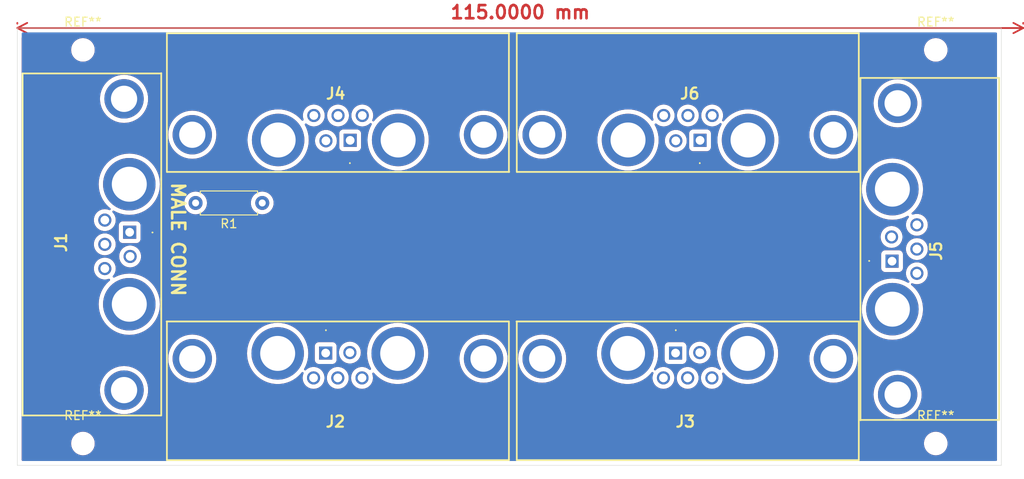
<source format=kicad_pcb>
(kicad_pcb (version 20240108) (generator "pcbnew") (generator_version "8.0")
  (layers (0 "F.Cu" signal) (31 "B.Cu" signal) (34 "B.Paste" user) (35 "F.Paste" user) (36 "B.SilkS" user "B.Silkscreen") (37 "F.SilkS" user "F.Silkscreen") (38 "B.Mask" user) (39 "F.Mask" user) (44 "Edge.Cuts" user))
  (net 0 "")
  (net 1 "Net-(J1-Pad7)")
  (net 2 "Net-(J1-Pad2)")
  (net 3 "Net-(J1-Pad6)")
  (net 4 "Net-(J1-Pad3)")
  (net 5 "Net-(J1-Pad1)")
  (net 6 "Net-(J1-Pad4)")
  (net 7 "Net-(J1-Pad5)")
  (footprint "MountingHole:MountingHole_2.2mm_M2" (layer "F.Cu") (at 82.5 97.5)
    (property "Reference" "REF**" (at 0 -3.2 0) (layer "F.SilkS"))
    (property "Value" "MountingHole_2.2mm_M2")
    (pad "" np_thru_hole circle (at 0 0) (size 2.2 2.2) (drill 2.2) (layers "F&B.Cu" "*.Mask"))
  )
  (footprint "ecocad_lib_footprints:DB7W2-30A" (layer "F.Cu") (at 111.677 61.244 180)
    (property "Reference" "J4" (at 0.282 3.744 0) (layer "F.SilkS") (effects (font (size 1.27 1.27) (thickness 0.254))))
    (property "Value" "~" (hide yes))
    (fp_line (start 19.577 10.644) (end -19.523 10.644) (stroke (width 0.2)) (layer "F.SilkS"))
    (fp_line (start 19.577 -5.207) (end 19.577 10.644) (stroke (width 0.2)) (layer "F.SilkS"))
    (fp_line (start -1.343 -4.156) (end -1.343 -4.156) (stroke (width 0.1)) (layer "F.SilkS"))
    (fp_line (start -1.343 -4.256) (end -1.343 -4.256) (stroke (width 0.1)) (layer "F.SilkS"))
    (fp_line (start -19.523 10.644) (end -19.523 -5.207) (stroke (width 0.2)) (layer "F.SilkS"))
    (fp_line (start -19.558 -5.207) (end 19.558 -5.207) (stroke (width 0.2)) (layer "F.SilkS"))
    (fp_arc (start -1.343 -4.156) (mid -1.393 -4.206) (end -1.343 -4.256) (stroke (width 0.1)) (layer "F.SilkS"))
    (fp_arc (start -1.343 -4.256) (mid -1.293 -4.206) (end -1.343 -4.156) (stroke (width 0.1)) (layer "F.SilkS"))
    (pad "1" thru_hole circle (at -6.86 -1.556) (size 6 6) (drill 4) (layers "*.Cu" "*.Mask") (net 2 "Net-(J1-Pad2)"))
    (pad "2" thru_hole circle (at 6.86 -1.556) (size 6 6) (drill 4) (layers "*.Cu" "*.Mask") (net 5 "Net-(J1-Pad1)"))
    (pad "3" thru_hole circle (at -2.758 1.244 180) (size 1.5 1.5) (drill 1) (layers "*.Cu" "*.Mask") (net 7 "Net-(J1-Pad5)"))
    (pad "4" thru_hole circle (at 0.012 1.244) (size 1.5 1.5) (drill 1) (layers "*.Cu" "*.Mask") (net 6 "Net-(J1-Pad4)"))
    (pad "5" thru_hole circle (at 2.782 1.244) (size 1.5 1.5) (drill 1) (layers "*.Cu" "*.Mask") (net 4 "Net-(J1-Pad3)"))
    (pad "6" thru_hole rect (at -1.373 -1.596) (size 1.5 1.5) (drill 1) (layers "*.Cu" "*.Mask") (net 1 "Net-(J1-Pad7)"))
    (pad "7" thru_hole circle (at 1.397 -1.651) (size 1.5 1.5) (drill 1) (layers "*.Cu" "*.Mask") (net 3 "Net-(J1-Pad6)"))
    (pad "8" thru_hole circle (at -16.623 -0.956) (size 4.5 4.5) (drill 3) (layers "*.Cu" "*.Mask"))
    (pad "8" thru_hole circle (at 16.677 -0.956) (size 4.5 4.5) (drill 3) (layers "*.Cu" "*.Mask"))
  )
  (footprint "ecocad_lib_footprints:DB7W2-30A" (layer "F.Cu") (at 86.244 74.718 -90)
    (property "Reference" "J1" (at -0.2 6.244 90) (layer "F.SilkS") (effects (font (size 1.27 1.27) (thickness 0.254))))
    (property "Value" "~" (hide yes))
    (fp_line (start -19.523 10.644) (end -19.523 -5.207) (stroke (width 0.2)) (layer "F.SilkS"))
    (fp_line (start 19.577 10.644) (end -19.523 10.644) (stroke (width 0.2)) (layer "F.SilkS"))
    (fp_line (start -1.343 -4.156) (end -1.343 -4.156) (stroke (width 0.1)) (layer "F.SilkS"))
    (fp_line (start -1.343 -4.256) (end -1.343 -4.256) (stroke (width 0.1)) (layer "F.SilkS"))
    (fp_line (start -19.558 -5.207) (end 19.558 -5.207) (stroke (width 0.2)) (layer "F.SilkS"))
    (fp_line (start 19.577 -5.207) (end 19.577 10.644) (stroke (width 0.2)) (layer "F.SilkS"))
    (fp_arc (start -1.343 -4.156) (mid -1.393 -4.206) (end -1.343 -4.256) (stroke (width 0.1)) (layer "F.SilkS"))
    (fp_arc (start -1.343 -4.256) (mid -1.293 -4.206) (end -1.343 -4.156) (stroke (width 0.1)) (layer "F.SilkS"))
    (pad "1" thru_hole circle (at -6.86 -1.556 90) (size 6 6) (drill 4) (layers "*.Cu" "*.Mask") (net 5 "Net-(J1-Pad1)"))
    (pad "2" thru_hole circle (at 6.86 -1.556 90) (size 6 6) (drill 4) (layers "*.Cu" "*.Mask") (net 2 "Net-(J1-Pad2)"))
    (pad "3" thru_hole circle (at -2.758 1.244 270) (size 1.5 1.5) (drill 1) (layers "*.Cu" "*.Mask") (net 4 "Net-(J1-Pad3)"))
    (pad "4" thru_hole circle (at 0.012 1.244 90) (size 1.5 1.5) (drill 1) (layers "*.Cu" "*.Mask") (net 6 "Net-(J1-Pad4)"))
    (pad "5" thru_hole circle (at 2.782 1.244 90) (size 1.5 1.5) (drill 1) (layers "*.Cu" "*.Mask") (net 7 "Net-(J1-Pad5)"))
    (pad "6" thru_hole rect (at -1.373 -1.596 90) (size 1.5 1.5) (drill 1) (layers "*.Cu" "*.Mask") (net 3 "Net-(J1-Pad6)"))
    (pad "7" thru_hole circle (at 1.397 -1.651 90) (size 1.5 1.5) (drill 1) (layers "*.Cu" "*.Mask") (net 1 "Net-(J1-Pad7)"))
    (pad "8" thru_hole circle (at -16.623 -0.956 90) (size 4.5 4.5) (drill 3) (layers "*.Cu" "*.Mask"))
    (pad "8" thru_hole circle (at 16.677 -0.956 90) (size 4.5 4.5) (drill 3) (layers "*.Cu" "*.Mask"))
  )
  (footprint "Resistor_THT:R_Axial_DIN0207_L6.3mm_D2.5mm_P7.62mm_Horizontal" (layer "F.Cu") (at 103 70 180)
    (property "Reference" "R1" (at 3.81 -2.37 0) (layer "F.SilkS"))
    (property "Value" "120")
    (fp_line (start 7.08 1.37) (end 7.08 1.04) (stroke (width 0.12)) (layer "F.SilkS"))
    (fp_line (start 7.08 -1.37) (end 7.08 -1.04) (stroke (width 0.12)) (layer "F.SilkS"))
    (fp_line (start 0.54 1.37) (end 7.08 1.37) (stroke (width 0.12)) (layer "F.SilkS"))
    (fp_line (start 0.54 1.04) (end 0.54 1.37) (stroke (width 0.12)) (layer "F.SilkS"))
    (fp_line (start 0.54 -1.04) (end 0.54 -1.37) (stroke (width 0.12)) (layer "F.SilkS"))
    (fp_line (start 0.54 -1.37) (end 7.08 -1.37) (stroke (width 0.12)) (layer "F.SilkS"))
    (pad "1" thru_hole circle (at 0 0 180) (size 1.6 1.6) (drill 0.8) (layers "*.Cu" "*.Mask") (net 3 "Net-(J1-Pad6)"))
    (pad "2" thru_hole oval (at 7.62 0 180) (size 1.6 1.6) (drill 0.8) (layers "*.Cu" "*.Mask") (net 4 "Net-(J1-Pad3)"))
  )
  (footprint "MountingHole:MountingHole_2.2mm_M2" (layer "F.Cu") (at 180 97.5)
    (property "Reference" "REF**" (at 0 -3.2 0) (layer "F.SilkS"))
    (property "Value" "MountingHole_2.2mm_M2")
    (pad "" np_thru_hole circle (at 0 0) (size 2.2 2.2) (drill 2.2) (layers "F&B.Cu" "*.Mask"))
  )
  (footprint "ecocad_lib_footprints:DB7W2-30A" (layer "F.Cu") (at 111.623 88.756)
    (property "Reference" "J2" (at -0.258 6.244 0) (layer "F.SilkS") (effects (font (size 1.27 1.27) (thickness 0.254))))
    (property "Value" "~" (hide yes))
    (fp_line (start -19.558 -5.207) (end 19.558 -5.207) (stroke (width 0.2)) (layer "F.SilkS"))
    (fp_line (start -19.523 10.644) (end -19.523 -5.207) (stroke (width 0.2)) (layer "F.SilkS"))
    (fp_line (start -1.343 -4.256) (end -1.343 -4.256) (stroke (width 0.1)) (layer "F.SilkS"))
    (fp_line (start -1.343 -4.156) (end -1.343 -4.156) (stroke (width 0.1)) (layer "F.SilkS"))
    (fp_line (start 19.577 -5.207) (end 19.577 10.644) (stroke (width 0.2)) (layer "F.SilkS"))
    (fp_line (start 19.577 10.644) (end -19.523 10.644) (stroke (width 0.2)) (layer "F.SilkS"))
    (fp_arc (start -1.343 -4.256) (mid -1.293 -4.206) (end -1.343 -4.156) (stroke (width 0.1)) (layer "F.SilkS"))
    (fp_arc (start -1.343 -4.156) (mid -1.393 -4.206) (end -1.343 -4.256) (stroke (width 0.1)) (layer "F.SilkS"))
    (pad "1" thru_hole circle (at -6.86 -1.556 180) (size 6 6) (drill 4) (layers "*.Cu" "*.Mask") (net 2 "Net-(J1-Pad2)"))
    (pad "2" thru_hole circle (at 6.86 -1.556 180) (size 6 6) (drill 4) (layers "*.Cu" "*.Mask") (net 5 "Net-(J1-Pad1)"))
    (pad "3" thru_hole circle (at -2.758 1.244) (size 1.5 1.5) (drill 1) (layers "*.Cu" "*.Mask") (net 7 "Net-(J1-Pad5)"))
    (pad "4" thru_hole circle (at 0.012 1.244 180) (size 1.5 1.5) (drill 1) (layers "*.Cu" "*.Mask") (net 6 "Net-(J1-Pad4)"))
    (pad "5" thru_hole circle (at 2.782 1.244 180) (size 1.5 1.5) (drill 1) (layers "*.Cu" "*.Mask") (net 4 "Net-(J1-Pad3)"))
    (pad "6" thru_hole rect (at -1.373 -1.596 180) (size 1.5 1.5) (drill 1) (layers "*.Cu" "*.Mask") (net 1 "Net-(J1-Pad7)"))
    (pad "7" thru_hole circle (at 1.397 -1.651 180) (size 1.5 1.5) (drill 1) (layers "*.Cu" "*.Mask") (net 3 "Net-(J1-Pad6)"))
    (pad "8" thru_hole circle (at -16.623 -0.956 180) (size 4.5 4.5) (drill 3) (layers "*.Cu" "*.Mask"))
    (pad "8" thru_hole circle (at 16.677 -0.956 180) (size 4.5 4.5) (drill 3) (layers "*.Cu" "*.Mask"))
  )
  (footprint "ecocad_lib_footprints:DB7W2-30A" (layer "F.Cu") (at 176.596 75.282 90)
    (property "Reference" "J5" (at -0.2 3.444 90) (layer "F.SilkS") (effects (font (size 1.27 1.27) (thickness 0.254))))
    (property "Value" "~" (hide yes))
    (fp_line (start 19.577 -5.207) (end 19.577 10.644) (stroke (width 0.2)) (layer "F.SilkS"))
    (fp_line (start -19.558 -5.207) (end 19.558 -5.207) (stroke (width 0.2)) (layer "F.SilkS"))
    (fp_line (start -1.343 -4.256) (end -1.343 -4.256) (stroke (width 0.1)) (layer "F.SilkS"))
    (fp_line (start -1.343 -4.156) (end -1.343 -4.156) (stroke (width 0.1)) (layer "F.SilkS"))
    (fp_line (start 19.577 10.644) (end -19.523 10.644) (stroke (width 0.2)) (layer "F.SilkS"))
    (fp_line (start -19.523 10.644) (end -19.523 -5.207) (stroke (width 0.2)) (layer "F.SilkS"))
    (fp_arc (start -1.343 -4.256) (mid -1.293 -4.206) (end -1.343 -4.156) (stroke (width 0.1)) (layer "F.SilkS"))
    (fp_arc (start -1.343 -4.156) (mid -1.393 -4.206) (end -1.343 -4.256) (stroke (width 0.1)) (layer "F.SilkS"))
    (pad "1" thru_hole circle (at -6.86 -1.556 270) (size 6 6) (drill 4) (layers "*.Cu" "*.Mask") (net 2 "Net-(J1-Pad2)"))
    (pad "2" thru_hole circle (at 6.86 -1.556 270) (size 6 6) (drill 4) (layers "*.Cu" "*.Mask") (net 5 "Net-(J1-Pad1)"))
    (pad "3" thru_hole circle (at -2.758 1.244 90) (size 1.5 1.5) (drill 1) (layers "*.Cu" "*.Mask") (net 7 "Net-(J1-Pad5)"))
    (pad "4" thru_hole circle (at 0.012 1.244 270) (size 1.5 1.5) (drill 1) (layers "*.Cu" "*.Mask") (net 6 "Net-(J1-Pad4)"))
    (pad "5" thru_hole circle (at 2.782 1.244 270) (size 1.5 1.5) (drill 1) (layers "*.Cu" "*.Mask") (net 4 "Net-(J1-Pad3)"))
    (pad "6" thru_hole rect (at -1.373 -1.596 270) (size 1.5 1.5) (drill 1) (layers "*.Cu" "*.Mask") (net 1 "Net-(J1-Pad7)"))
    (pad "7" thru_hole circle (at 1.397 -1.651 270) (size 1.5 1.5) (drill 1) (layers "*.Cu" "*.Mask") (net 3 "Net-(J1-Pad6)"))
    (pad "8" thru_hole circle (at -16.623 -0.956 270) (size 4.5 4.5) (drill 3) (layers "*.Cu" "*.Mask"))
    (pad "8" thru_hole circle (at 16.677 -0.956 270) (size 4.5 4.5) (drill 3) (layers "*.Cu" "*.Mask"))
  )
  (footprint "MountingHole:MountingHole_2.2mm_M2" (layer "F.Cu") (at 82.5 52.5)
    (property "Reference" "REF**" (at 0 -3.2 0) (layer "F.SilkS"))
    (property "Value" "MountingHole_2.2mm_M2")
    (pad "" np_thru_hole circle (at 0 0) (size 2.2 2.2) (drill 2.2) (layers "F&B.Cu" "*.Mask"))
  )
  (footprint "ecocad_lib_footprints:DB7W2-30A" (layer "F.Cu") (at 151.677 61.244 180)
    (property "Reference" "J6" (at -0.2 3.744 0) (layer "F.SilkS") (effects (font (size 1.27 1.27) (thickness 0.254))))
    (property "Value" "~" (hide yes))
    (fp_line (start 19.577 10.644) (end -19.523 10.644) (stroke (width 0.2)) (layer "F.SilkS"))
    (fp_line (start 19.577 -5.207) (end 19.577 10.644) (stroke (width 0.2)) (layer "F.SilkS"))
    (fp_line (start -1.343 -4.156) (end -1.343 -4.156) (stroke (width 0.1)) (layer "F.SilkS"))
    (fp_line (start -1.343 -4.256) (end -1.343 -4.256) (stroke (width 0.1)) (layer "F.SilkS"))
    (fp_line (start -19.523 10.644) (end -19.523 -5.207) (stroke (width 0.2)) (layer "F.SilkS"))
    (fp_line (start -19.558 -5.207) (end 19.558 -5.207) (stroke (width 0.2)) (layer "F.SilkS"))
    (fp_arc (start -1.343 -4.156) (mid -1.393 -4.206) (end -1.343 -4.256) (stroke (width 0.1)) (layer "F.SilkS"))
    (fp_arc (start -1.343 -4.256) (mid -1.293 -4.206) (end -1.343 -4.156) (stroke (width 0.1)) (layer "F.SilkS"))
    (pad "1" thru_hole circle (at -6.86 -1.556) (size 6 6) (drill 4) (layers "*.Cu" "*.Mask") (net 2 "Net-(J1-Pad2)"))
    (pad "2" thru_hole circle (at 6.86 -1.556) (size 6 6) (drill 4) (layers "*.Cu" "*.Mask") (net 5 "Net-(J1-Pad1)"))
    (pad "3" thru_hole circle (at -2.758 1.244 180) (size 1.5 1.5) (drill 1) (layers "*.Cu" "*.Mask") (net 7 "Net-(J1-Pad5)"))
    (pad "4" thru_hole circle (at 0.012 1.244) (size 1.5 1.5) (drill 1) (layers "*.Cu" "*.Mask") (net 6 "Net-(J1-Pad4)"))
    (pad "5" thru_hole circle (at 2.782 1.244) (size 1.5 1.5) (drill 1) (layers "*.Cu" "*.Mask") (net 4 "Net-(J1-Pad3)"))
    (pad "6" thru_hole rect (at -1.373 -1.596) (size 1.5 1.5) (drill 1) (layers "*.Cu" "*.Mask") (net 1 "Net-(J1-Pad7)"))
    (pad "7" thru_hole circle (at 1.397 -1.651) (size 1.5 1.5) (drill 1) (layers "*.Cu" "*.Mask") (net 3 "Net-(J1-Pad6)"))
    (pad "8" thru_hole circle (at -16.623 -0.956) (size 4.5 4.5) (drill 3) (layers "*.Cu" "*.Mask"))
    (pad "8" thru_hole circle (at 16.677 -0.956) (size 4.5 4.5) (drill 3) (layers "*.Cu" "*.Mask"))
  )
  (footprint "ecocad_lib_footprints:DB7W2-30A" (layer "F.Cu") (at 151.623 88.756)
    (property "Reference" "J3" (at -0.258 6.244 180) (layer "F.SilkS") (effects (font (size 1.27 1.27) (thickness 0.254))))
    (property "Value" "~" (hide yes))
    (fp_line (start -19.558 -5.207) (end 19.558 -5.207) (stroke (width 0.2)) (layer "F.SilkS"))
    (fp_line (start -19.523 10.644) (end -19.523 -5.207) (stroke (width 0.2)) (layer "F.SilkS"))
    (fp_line (start -1.343 -4.256) (end -1.343 -4.256) (stroke (width 0.1)) (layer "F.SilkS"))
    (fp_line (start -1.343 -4.156) (end -1.343 -4.156) (stroke (width 0.1)) (layer "F.SilkS"))
    (fp_line (start 19.577 -5.207) (end 19.577 10.644) (stroke (width 0.2)) (layer "F.SilkS"))
    (fp_line (start 19.577 10.644) (end -19.523 10.644) (stroke (width 0.2)) (layer "F.SilkS"))
    (fp_arc (start -1.343 -4.256) (mid -1.293 -4.206) (end -1.343 -4.156) (stroke (width 0.1)) (layer "F.SilkS"))
    (fp_arc (start -1.343 -4.156) (mid -1.393 -4.206) (end -1.343 -4.256) (stroke (width 0.1)) (layer "F.SilkS"))
    (pad "1" thru_hole circle (at -6.86 -1.556 180) (size 6 6) (drill 4) (layers "*.Cu" "*.Mask") (net 2 "Net-(J1-Pad2)"))
    (pad "2" thru_hole circle (at 6.86 -1.556 180) (size 6 6) (drill 4) (layers "*.Cu" "*.Mask") (net 5 "Net-(J1-Pad1)"))
    (pad "3" thru_hole circle (at -2.758 1.244) (size 1.5 1.5) (drill 1) (layers "*.Cu" "*.Mask") (net 7 "Net-(J1-Pad5)"))
    (pad "4" thru_hole circle (at 0.012 1.244 180) (size 1.5 1.5) (drill 1) (layers "*.Cu" "*.Mask") (net 6 "Net-(J1-Pad4)"))
    (pad "5" thru_hole circle (at 2.782 1.244 180) (size 1.5 1.5) (drill 1) (layers "*.Cu" "*.Mask") (net 4 "Net-(J1-Pad3)"))
    (pad "6" thru_hole rect (at -1.373 -1.596 180) (size 1.5 1.5) (drill 1) (layers "*.Cu" "*.Mask") (net 1 "Net-(J1-Pad7)"))
    (pad "7" thru_hole circle (at 1.397 -1.651 180) (size 1.5 1.5) (drill 1) (layers "*.Cu" "*.Mask") (net 3 "Net-(J1-Pad6)"))
    (pad "8" thru_hole circle (at -16.623 -0.956 180) (size 4.5 4.5) (drill 3) (layers "*.Cu" "*.Mask"))
    (pad "8" thru_hole circle (at 16.677 -0.956 180) (size 4.5 4.5) (drill 3) (layers "*.Cu" "*.Mask"))
  )
  (footprint "MountingHole:MountingHole_2.2mm_M2" (layer "F.Cu") (at 180 52.5)
    (property "Reference" "REF**" (at 0 -3.2 0) (layer "F.SilkS"))
    (property "Value" "MountingHole_2.2mm_M2")
    (pad "" np_thru_hole circle (at 0 0) (size 2.2 2.2) (drill 2.2) (layers "*.Cu" "*.Mask"))
  )
  (gr_line (start 187.5 100) (end 75 100) (stroke (width 0.05)) (layer "Edge.Cuts"))
  (gr_line (start 75 100) (end 75 50) (stroke (width 0.05)) (layer "Edge.Cuts"))
  (gr_line (start 187.5 50) (end 187.5 100) (stroke (width 0.05)) (layer "Edge.Cuts"))
  (gr_line (start 75 50) (end 187.5 50) (stroke (width 0.05)) (layer "Edge.Cuts"))
  (gr_text "MALE CONN" (at 92.5 67.5 -90) (layer "F.SilkS") (effects (font (size 1.5 1.5) (thickness 0.3) (bold yes)) (justify left bottom)))
  (dimension (type aligned) (layer "F.Cu") (pts (xy 75 50) (xy 190 50)) (height 0) (gr_text "115.0000 mm" (at 132.5 48.2 0) (layer "F.Cu") (effects (font (size 1.5 1.5) (thickness 0.3)))) (format (prefix "") (suffix "") (units 3) (units_format 1) (precision 4)) (style (thickness 0.2) (arrow_length 1.27) (text_position_mode 0) (extension_height 0.58642) (extension_offset 0.5) keep_text_aligned))
  (zone (net 0) (net_name "") (layers "F&B.Cu") (connect_pads (clearance 0.5)) (min_thickness 0.25) (fill yes (thermal_gap 0.5) (thermal_bridge_width 0.5) (island_removal_mode 1) (island_area_min 10))
    (polygon (pts (xy 75 50) (xy 75 100) (xy 188 100) (xy 188 50)))
  )
)
</source>
